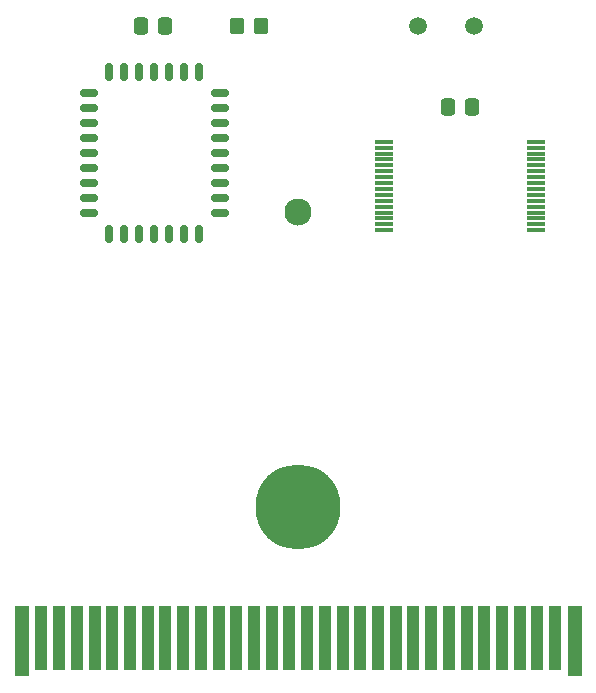
<source format=gbr>
%TF.GenerationSoftware,KiCad,Pcbnew,7.0.10*%
%TF.CreationDate,2024-03-23T21:53:34+01:00*%
%TF.ProjectId,gb-cart-sst39sf010,67622d63-6172-4742-9d73-737433397366,rev?*%
%TF.SameCoordinates,Original*%
%TF.FileFunction,Soldermask,Top*%
%TF.FilePolarity,Negative*%
%FSLAX46Y46*%
G04 Gerber Fmt 4.6, Leading zero omitted, Abs format (unit mm)*
G04 Created by KiCad (PCBNEW 7.0.10) date 2024-03-23 21:53:34*
%MOMM*%
%LPD*%
G01*
G04 APERTURE LIST*
G04 Aperture macros list*
%AMRoundRect*
0 Rectangle with rounded corners*
0 $1 Rounding radius*
0 $2 $3 $4 $5 $6 $7 $8 $9 X,Y pos of 4 corners*
0 Add a 4 corners polygon primitive as box body*
4,1,4,$2,$3,$4,$5,$6,$7,$8,$9,$2,$3,0*
0 Add four circle primitives for the rounded corners*
1,1,$1+$1,$2,$3*
1,1,$1+$1,$4,$5*
1,1,$1+$1,$6,$7*
1,1,$1+$1,$8,$9*
0 Add four rect primitives between the rounded corners*
20,1,$1+$1,$2,$3,$4,$5,0*
20,1,$1+$1,$4,$5,$6,$7,0*
20,1,$1+$1,$6,$7,$8,$9,0*
20,1,$1+$1,$8,$9,$2,$3,0*%
G04 Aperture macros list end*
%ADD10RoundRect,0.075000X-0.700000X-0.075000X0.700000X-0.075000X0.700000X0.075000X-0.700000X0.075000X0*%
%ADD11RoundRect,0.250000X-0.337500X-0.475000X0.337500X-0.475000X0.337500X0.475000X-0.337500X0.475000X0*%
%ADD12RoundRect,0.250000X0.337500X0.475000X-0.337500X0.475000X-0.337500X-0.475000X0.337500X-0.475000X0*%
%ADD13R,1.300000X6.000000*%
%ADD14R,1.000000X5.500000*%
%ADD15RoundRect,0.250000X-0.350000X-0.450000X0.350000X-0.450000X0.350000X0.450000X-0.350000X0.450000X0*%
%ADD16C,7.200000*%
%ADD17C,2.300000*%
%ADD18RoundRect,0.150000X-0.150000X-0.587500X0.150000X-0.587500X0.150000X0.587500X-0.150000X0.587500X0*%
%ADD19RoundRect,0.150000X-0.587500X-0.150000X0.587500X-0.150000X0.587500X0.150000X-0.587500X0.150000X0*%
%ADD20C,1.500000*%
G04 APERTURE END LIST*
D10*
%TO.C,U3*%
X76379000Y-67624000D03*
X76379000Y-68124000D03*
X76379000Y-68624000D03*
X76379000Y-69124000D03*
X76379000Y-69624000D03*
X76379000Y-70124000D03*
X76379000Y-70624000D03*
X76379000Y-71124000D03*
X76379000Y-71624000D03*
X76379000Y-72124000D03*
X76379000Y-72624000D03*
X76379000Y-73124000D03*
X76379000Y-73624000D03*
X76379000Y-74124000D03*
X76379000Y-74624000D03*
X76379000Y-75124000D03*
X89229000Y-75124000D03*
X89229000Y-74624000D03*
X89229000Y-74124000D03*
X89229000Y-73624000D03*
X89229000Y-73124000D03*
X89229000Y-72624000D03*
X89229000Y-72124000D03*
X89229000Y-71624000D03*
X89229000Y-71124000D03*
X89229000Y-70624000D03*
X89229000Y-70124000D03*
X89229000Y-69624000D03*
X89229000Y-69124000D03*
X89229000Y-68624000D03*
X89229000Y-68124000D03*
X89229000Y-67624000D03*
%TD*%
D11*
%TO.C,C2*%
X81745000Y-64643000D03*
X83820000Y-64643000D03*
%TD*%
D12*
%TO.C,C1*%
X57806500Y-57785000D03*
X55731500Y-57785000D03*
%TD*%
D13*
%TO.C,U2*%
X45688000Y-109902000D03*
D14*
X47338000Y-109652000D03*
X48838000Y-109652000D03*
X50338000Y-109652000D03*
X51838000Y-109652000D03*
X53338000Y-109652000D03*
X54838000Y-109652000D03*
X56338000Y-109652000D03*
X57838000Y-109652000D03*
X59338000Y-109652000D03*
X60838000Y-109652000D03*
X62338000Y-109652000D03*
X63838000Y-109652000D03*
X65338000Y-109652000D03*
X66838000Y-109652000D03*
X68338000Y-109652000D03*
X69838000Y-109652000D03*
X71338000Y-109652000D03*
X72838000Y-109652000D03*
X74338000Y-109652000D03*
X75838000Y-109652000D03*
X77338000Y-109652000D03*
X78838000Y-109652000D03*
X80338000Y-109652000D03*
X81838000Y-109652000D03*
X83338000Y-109652000D03*
X84838000Y-109652000D03*
X86338000Y-109652000D03*
X87838000Y-109652000D03*
X89338000Y-109652000D03*
X90838000Y-109652000D03*
D13*
X92488000Y-109902000D03*
%TD*%
D15*
%TO.C,R1*%
X63920500Y-57785000D03*
X65920500Y-57785000D03*
%TD*%
D16*
%TO.C,H1*%
X69062600Y-98526600D03*
%TD*%
D17*
%TO.C,H2*%
X69088200Y-73569200D03*
%TD*%
D18*
%TO.C,U1*%
X56896000Y-61742500D03*
X55626000Y-61742500D03*
X54356000Y-61742500D03*
X53086000Y-61742500D03*
D19*
X51333500Y-63500000D03*
X51333500Y-64770000D03*
X51333500Y-66040000D03*
X51333500Y-67310000D03*
X51333500Y-68580000D03*
X51333500Y-69850000D03*
X51333500Y-71120000D03*
X51333500Y-72390000D03*
X51333500Y-73660000D03*
D18*
X53086000Y-75417500D03*
X54356000Y-75417500D03*
X55626000Y-75417500D03*
X56896000Y-75417500D03*
X58166000Y-75417500D03*
X59436000Y-75417500D03*
X60706000Y-75417500D03*
D19*
X62458500Y-73660000D03*
X62458500Y-72390000D03*
X62458500Y-71120000D03*
X62458500Y-69850000D03*
X62458500Y-68580000D03*
X62458500Y-67310000D03*
X62458500Y-66040000D03*
X62458500Y-64770000D03*
X62458500Y-63500000D03*
D18*
X60706000Y-61742500D03*
X59436000Y-61742500D03*
X58166000Y-61742500D03*
%TD*%
D20*
%TO.C,TP2*%
X83947000Y-57785000D03*
%TD*%
%TO.C,TP1*%
X79248000Y-57785000D03*
%TD*%
M02*

</source>
